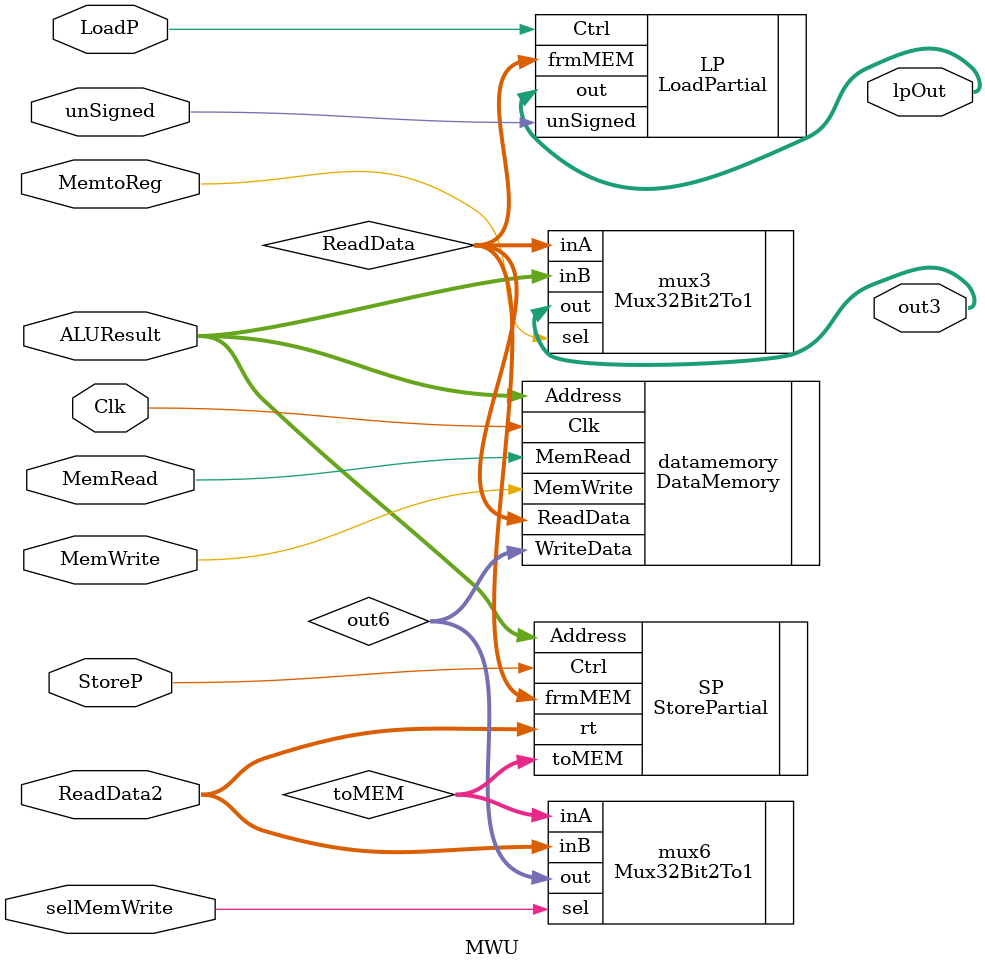
<source format=v>
`timescale 1ns / 1ps
module MWU(ReadData2,ALUResult,lpOut,out3,Clk,MemWrite,MemRead,selMemWrite,MemtoReg,StoreP,LoadP,unSigned);

input [31:0] ReadData2,ALUResult;
input Clk,MemWrite,MemRead,selMemWrite,MemtoReg,StoreP,LoadP,unSigned;
output [31:0] lpOut,out3;
wire [31:0] ReadData,out6,toMEM;

DataMemory datamemory(.Address(ALUResult), .WriteData(out6), .Clk(Clk), .MemWrite(MemWrite), .MemRead(MemRead), .ReadData(ReadData)); // Resolve MemWrite, MemRead,

StorePartial SP(.rt(ReadData2), .frmMEM(ReadData), .toMEM(toMEM), .Ctrl(StoreP), .Address(ALUResult));// Resolve StoreP

LoadPartial LP(.frmMEM(ReadData), .out(lpOut), .Ctrl(LoadP), .unSigned(unSigned)); // Resolve LoadP, unSigned

Mux32Bit2To1 mux6(.out(out6), .inA(toMEM),.inB(ReadData2), .sel(selMemWrite)); // Resolve selMemWrite

Mux32Bit2To1 mux3(.out(out3), .inA(ReadData),.inB(ALUResult), .sel(MemtoReg)); // Resolve MemtoReg

endmodule

</source>
